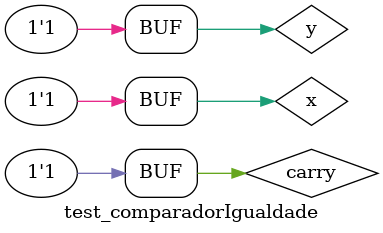
<source format=v>
module comparadorIgualdade (output s,
input a,
input b,
input carry);

wire temp1,temp2,temp3,temp4;

xnor xnor1 ( temp1,a,b );
xnor xnor2 ( temp2,a,carry );
xnor xnor3 ( temp3,b,carry );
and and1   ( temp4,temp2, temp1 );
and and2   ( s,temp4, temp3 );

endmodule // comparadorIgualdade
module test_comparadorIgualdade;
// ------------------------- definir dados
reg  x;
reg  y;
reg  carry;
wire igualdade;

comparadorIgualdade fa1 (igualdade,x,y,carry);

// ------------------------- parte principal
initial begin
$display("Exemplo0023 - TIAGO MATTA MACHADO ZAIDAN - 451620");
$display("Test ALUs comparador Igualdade");

x = 0; y = 0; carry = 0;
// projetar testes do modulo
$display("a  b  carry  s  ");
#1 $monitor("%b  %b     %b     %b",x,y,carry,igualdade);

#1 x = 0; y = 0; carry = 1;
#1 x = 0; y = 1; carry = 0;
#1 x = 0; y = 1; carry = 1;
#1 x = 1; y = 0; carry = 0;
#1 x = 1; y = 0; carry = 1;
#1 x = 1; y = 1; carry = 0;
#1 x = 1; y = 1; carry = 1;
end
endmodule // test_comparadorIgualdade
</source>
